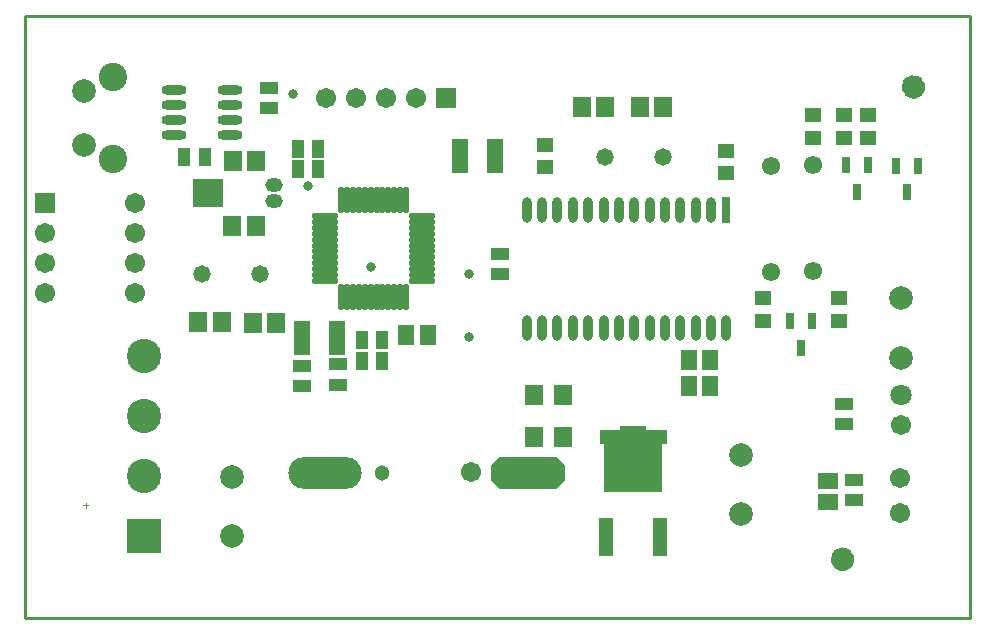
<source format=gts>
%FSLAX25Y25*%
%MOIN*%
G70*
G01*
G75*
G04 Layer_Color=8388736*
%ADD10C,0.03937*%
%ADD11R,0.05315X0.06102*%
%ADD12O,0.07480X0.02362*%
%ADD13O,0.08268X0.01181*%
%ADD14O,0.01181X0.08268*%
%ADD15R,0.04528X0.10630*%
%ADD16R,0.04528X0.05709*%
%ADD17R,0.05118X0.03347*%
%ADD18O,0.23622X0.09843*%
G04:AMPARAMS|DCode=19|XSize=98.43mil|YSize=236.22mil|CornerRadius=0mil|HoleSize=0mil|Usage=FLASHONLY|Rotation=90.000|XOffset=0mil|YOffset=0mil|HoleType=Round|Shape=Octagon|*
%AMOCTAGOND19*
4,1,8,-0.11811,-0.02461,-0.11811,0.02461,-0.09350,0.04921,0.09350,0.04921,0.11811,0.02461,0.11811,-0.02461,0.09350,-0.04921,-0.09350,-0.04921,-0.11811,-0.02461,0.0*
%
%ADD19OCTAGOND19*%

%ADD20R,0.05118X0.05906*%
%ADD21R,0.03347X0.05118*%
%ADD22R,0.09213X0.08600*%
%ADD23R,0.02362X0.04528*%
%ADD24R,0.02362X0.07874*%
%ADD25O,0.02362X0.07874*%
%ADD26R,0.18898X0.20079*%
%ADD27R,0.03937X0.11811*%
%ADD28R,0.07874X0.01575*%
%ADD29R,0.01575X0.03937*%
%ADD30R,0.04724X0.03937*%
%ADD31R,0.05709X0.04528*%
%ADD32C,0.03937*%
%ADD33C,0.00800*%
%ADD34C,0.01500*%
%ADD35C,0.05000*%
%ADD36C,0.02000*%
%ADD37C,0.03000*%
%ADD38C,0.01200*%
%ADD39C,0.01000*%
%ADD40C,0.04000*%
%ADD41C,0.00394*%
%ADD42C,0.05906*%
%ADD43R,0.05906X0.05906*%
%ADD44C,0.04331*%
%ADD45O,0.05000X0.04000*%
%ADD46C,0.05000*%
%ADD47C,0.07087*%
%ADD48C,0.05315*%
%ADD49C,0.06299*%
%ADD50C,0.10630*%
%ADD51R,0.10630X0.10630*%
%ADD52C,0.08661*%
%ADD53C,0.02400*%
%ADD54C,0.03600*%
%ADD55R,0.03937X0.04724*%
%ADD56R,0.04331X0.05512*%
%ADD57R,0.04724X0.03150*%
%ADD58O,0.07874X0.02400*%
%ADD59O,0.07874X0.02402*%
%ADD60R,0.05512X0.04331*%
%ADD61R,0.09055X0.09055*%
%ADD62C,0.02362*%
%ADD63C,0.00984*%
%ADD64C,0.00787*%
%ADD65C,0.01575*%
%ADD66C,0.00700*%
%ADD67R,0.08000X0.01075*%
%ADD68R,0.07284X0.03866*%
%ADD69C,0.05906*%
%ADD70R,0.06115X0.06902*%
%ADD71O,0.08280X0.03162*%
%ADD72O,0.09068X0.01981*%
%ADD73O,0.01981X0.09068*%
%ADD74R,0.05328X0.11430*%
%ADD75R,0.05328X0.06509*%
%ADD76R,0.05918X0.04147*%
%ADD77O,0.24422X0.10642*%
G04:AMPARAMS|DCode=78|XSize=106.42mil|YSize=244.22mil|CornerRadius=0mil|HoleSize=0mil|Usage=FLASHONLY|Rotation=90.000|XOffset=0mil|YOffset=0mil|HoleType=Round|Shape=Octagon|*
%AMOCTAGOND78*
4,1,8,-0.12211,-0.02661,-0.12211,0.02661,-0.09550,0.05321,0.09550,0.05321,0.12211,0.02661,0.12211,-0.02661,0.09550,-0.05321,-0.09550,-0.05321,-0.12211,-0.02661,0.0*
%
%ADD78OCTAGOND78*%

%ADD79R,0.05918X0.06706*%
%ADD80R,0.04147X0.05918*%
%ADD81R,0.10013X0.09400*%
%ADD82R,0.03162X0.05328*%
%ADD83R,0.03162X0.08674*%
%ADD84O,0.03162X0.08674*%
%ADD85R,0.19698X0.20879*%
%ADD86R,0.04737X0.12611*%
%ADD87R,0.08674X0.02375*%
%ADD88R,0.02375X0.04737*%
%ADD89R,0.05524X0.04737*%
%ADD90R,0.06509X0.05328*%
%ADD91C,0.04737*%
%ADD92C,0.06706*%
%ADD93R,0.06706X0.06706*%
%ADD94C,0.05131*%
%ADD95O,0.05800X0.04800*%
%ADD96C,0.05800*%
%ADD97C,0.07887*%
%ADD98C,0.06115*%
%ADD99C,0.07099*%
%ADD100C,0.11430*%
%ADD101R,0.11430X0.11430*%
%ADD102C,0.09461*%
%ADD103C,0.03200*%
D39*
X0Y0D02*
X314961D01*
Y200787D01*
X0D02*
X314961D01*
X0Y0D02*
Y200787D01*
D41*
X20120Y36906D02*
Y38481D01*
X19332Y37694D02*
X20907D01*
D69*
X297047Y177165D02*
G03*
X297047Y177165I-984J0D01*
G01*
X273425Y19685D02*
G03*
X273425Y19685I-984J0D01*
G01*
D70*
X76857Y130794D02*
D03*
X68983D02*
D03*
X69183Y152594D02*
D03*
X77057D02*
D03*
X57583Y98694D02*
D03*
X65457D02*
D03*
X83657Y98594D02*
D03*
X75783D02*
D03*
X204783Y170594D02*
D03*
X212657D02*
D03*
X185483D02*
D03*
X193357D02*
D03*
D71*
X68172Y160994D02*
D03*
Y165994D02*
D03*
Y170994D02*
D03*
Y175994D02*
D03*
X49668Y160994D02*
D03*
Y165994D02*
D03*
Y170994D02*
D03*
Y175994D02*
D03*
D72*
X99978Y134121D02*
D03*
Y132152D02*
D03*
Y130183D02*
D03*
Y128215D02*
D03*
Y126247D02*
D03*
Y124278D02*
D03*
Y122309D02*
D03*
Y120341D02*
D03*
Y118372D02*
D03*
Y116404D02*
D03*
Y114435D02*
D03*
Y112467D02*
D03*
X132261D02*
D03*
Y114435D02*
D03*
Y116404D02*
D03*
Y118372D02*
D03*
Y120341D02*
D03*
Y122309D02*
D03*
Y124278D02*
D03*
Y126247D02*
D03*
Y128215D02*
D03*
Y130183D02*
D03*
Y132152D02*
D03*
Y134121D02*
D03*
D73*
X105293Y107152D02*
D03*
X107261D02*
D03*
X109230D02*
D03*
X111198D02*
D03*
X113167D02*
D03*
X115135D02*
D03*
X117104D02*
D03*
X119072D02*
D03*
X121041D02*
D03*
X123010D02*
D03*
X124978D02*
D03*
X126946D02*
D03*
Y139435D02*
D03*
X124978D02*
D03*
X123010D02*
D03*
X121041D02*
D03*
X119072D02*
D03*
X117104D02*
D03*
X115135D02*
D03*
X113167D02*
D03*
X111198D02*
D03*
X109230D02*
D03*
X107261D02*
D03*
X105293D02*
D03*
D74*
X156725Y153994D02*
D03*
X144914D02*
D03*
X104025Y93494D02*
D03*
X92214D02*
D03*
D75*
X127076Y94494D02*
D03*
X134163D02*
D03*
X228263Y85994D02*
D03*
X221176D02*
D03*
X228263Y77594D02*
D03*
X221176D02*
D03*
D76*
X104120Y77947D02*
D03*
Y84640D02*
D03*
X92420Y77547D02*
D03*
Y84240D02*
D03*
X81220Y176940D02*
D03*
Y170247D02*
D03*
X272820Y71340D02*
D03*
Y64647D02*
D03*
X158220Y114747D02*
D03*
Y121440D02*
D03*
X276420Y39347D02*
D03*
Y46040D02*
D03*
D77*
X99868Y48594D02*
D03*
D78*
X167584D02*
D03*
D79*
X169720Y60394D02*
D03*
Y74394D02*
D03*
X179320Y60494D02*
D03*
Y74494D02*
D03*
D80*
X53073Y153694D02*
D03*
X59766D02*
D03*
X112273Y85794D02*
D03*
X118966D02*
D03*
X118966Y92794D02*
D03*
X112273D02*
D03*
X90773Y156494D02*
D03*
X97466D02*
D03*
X97466Y149894D02*
D03*
X90773D02*
D03*
D81*
X61020Y141694D02*
D03*
D82*
X277320Y142265D02*
D03*
X273580Y151123D02*
D03*
X281060D02*
D03*
X293920Y142065D02*
D03*
X290179Y150923D02*
D03*
X297660D02*
D03*
X258620Y90265D02*
D03*
X254879Y99123D02*
D03*
X262360D02*
D03*
D83*
X233720Y136094D02*
D03*
D84*
X228602D02*
D03*
X223483D02*
D03*
X218365D02*
D03*
X213247D02*
D03*
X208129D02*
D03*
X203011D02*
D03*
X197893D02*
D03*
X192775D02*
D03*
X187657D02*
D03*
X182539D02*
D03*
X177420D02*
D03*
X172302D02*
D03*
X167184D02*
D03*
X233720Y96724D02*
D03*
X228602D02*
D03*
X223483D02*
D03*
X218365D02*
D03*
X213247D02*
D03*
X208129D02*
D03*
X203011D02*
D03*
X197893D02*
D03*
X192775D02*
D03*
X187657D02*
D03*
X182539D02*
D03*
X177420D02*
D03*
X172302D02*
D03*
X167184D02*
D03*
D85*
X202720Y52377D02*
D03*
D86*
X193724Y26983D02*
D03*
X211716D02*
D03*
D87*
X202720Y63204D02*
D03*
D88*
X192483Y60448D02*
D03*
X212956D02*
D03*
D89*
X233720Y148354D02*
D03*
Y155834D02*
D03*
X272820Y167634D02*
D03*
Y160153D02*
D03*
X281020Y167634D02*
D03*
Y160153D02*
D03*
X262620Y160254D02*
D03*
Y167734D02*
D03*
X271320Y99154D02*
D03*
Y106634D02*
D03*
X245920D02*
D03*
Y99154D02*
D03*
X173420Y157934D02*
D03*
Y150453D02*
D03*
D90*
X267720Y45937D02*
D03*
Y38850D02*
D03*
D91*
X296063Y177165D02*
D03*
X272441Y19685D02*
D03*
D92*
X36520Y108394D02*
D03*
Y118394D02*
D03*
Y128394D02*
D03*
Y138394D02*
D03*
X6520Y108394D02*
D03*
Y118394D02*
D03*
Y128394D02*
D03*
X148490Y48692D02*
D03*
X130420Y173494D02*
D03*
X120420D02*
D03*
X110420D02*
D03*
X100420D02*
D03*
X291820Y64494D02*
D03*
X291720Y34988D02*
D03*
Y46799D02*
D03*
D93*
X6520Y138394D02*
D03*
X140420Y173494D02*
D03*
D94*
X118962Y48594D02*
D03*
D95*
X83020Y144594D02*
D03*
Y138994D02*
D03*
D96*
X78232Y114794D02*
D03*
X59020D02*
D03*
X193420Y153894D02*
D03*
X212632D02*
D03*
D97*
X68920Y27309D02*
D03*
Y46994D02*
D03*
X291820Y86951D02*
D03*
Y106636D02*
D03*
X238620Y54579D02*
D03*
Y34894D02*
D03*
X19498Y175652D02*
D03*
Y157935D02*
D03*
D98*
X248620Y150810D02*
D03*
Y115377D02*
D03*
X262520Y115677D02*
D03*
Y151110D02*
D03*
D99*
X291820Y74494D02*
D03*
D100*
X39520Y87394D02*
D03*
Y67394D02*
D03*
Y47394D02*
D03*
D101*
Y27394D02*
D03*
D102*
X29341Y153014D02*
D03*
Y180573D02*
D03*
D103*
X148020Y93894D02*
D03*
Y114894D02*
D03*
X115157Y117126D02*
D03*
X89120Y174894D02*
D03*
X94120Y143994D02*
D03*
M02*

</source>
